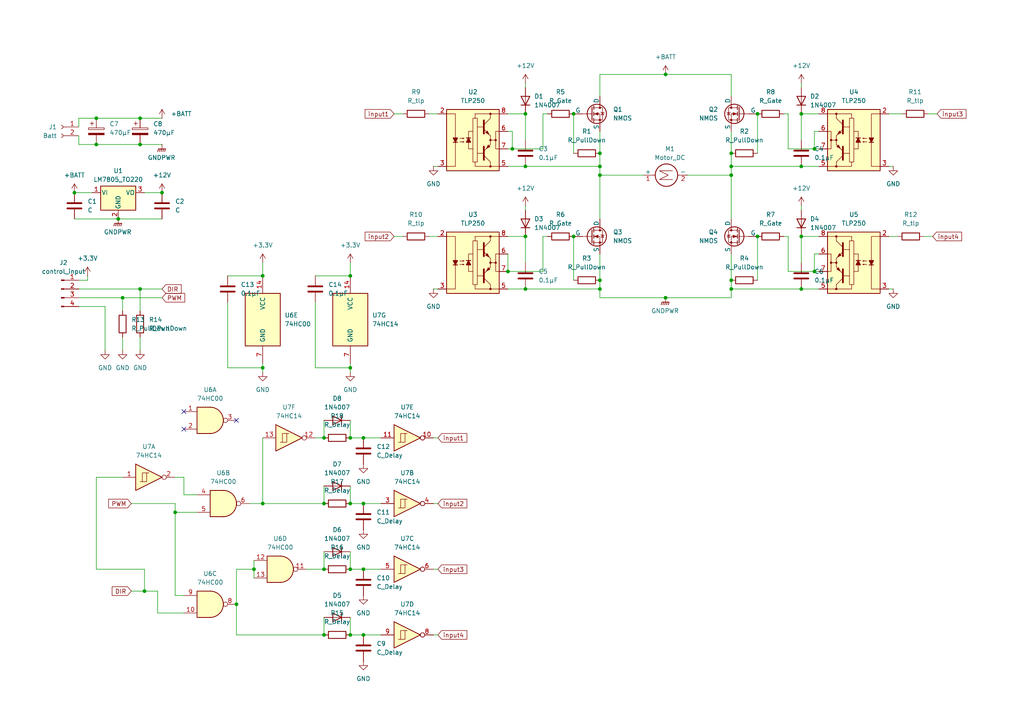
<source format=kicad_sch>
(kicad_sch (version 20250114) (generator "eeschema") (generator_version "9.0")
  (paper "A4")
  (lib_symbols
    (symbol "74xx:74HC00" (pin_names (offset 1.016))
      (property "Reference" "U" (at 0 1.27 0))
      (property "Value" "74HC00" (at 0 -1.27 0))
      (symbol "74HC00_1_1"
        (pin input line (at -7.62 2.54 0) (length 3.81) (name "~") (number "1"))
        (pin input line (at -7.62 -2.54 0) (length 3.81) (name "~") (number "2"))
        (pin output inverted (at 7.62 0 180) (length 3.81) (name "~") (number "3"))
      )
      (symbol "74HC00_1_2"
        (pin input inverted (at -7.62 2.54 0) (length 4.318) (name "~") (number "1"))
        (pin input inverted (at -7.62 -2.54 0) (length 4.318) (name "~") (number "2"))
        (pin output line (at 7.62 0 180) (length 3.81) (name "~") (number "3"))
      )
      (symbol "74HC00_2_1"
        (pin input line (at -7.62 2.54 0) (length 3.81) (name "~") (number "4"))
        (pin input line (at -7.62 -2.54 0) (length 3.81) (name "~") (number "5"))
        (pin output inverted (at 7.62 0 180) (length 3.81) (name "~") (number "6"))
      )
      (symbol "74HC00_2_2"
        (pin input inverted (at -7.62 2.54 0) (length 4.318) (name "~") (number "4"))
        (pin input inverted (at -7.62 -2.54 0) (length 4.318) (name "~") (number "5"))
        (pin output line (at 7.62 0 180) (length 3.81) (name "~") (number "6"))
      )
      (symbol "74HC00_3_1"
        (pin input line (at -7.62 2.54 0) (length 3.81) (name "~") (number "9"))
        (pin input line (at -7.62 -2.54 0) (length 3.81) (name "~") (number "10"))
        (pin output inverted (at 7.62 0 180) (length 3.81) (name "~") (number "8"))
      )
      (symbol "74HC00_3_2"
        (pin input inverted (at -7.62 2.54 0) (length 4.318) (name "~") (number "9"))
        (pin input inverted (at -7.62 -2.54 0) (length 4.318) (name "~") (number "10"))
        (pin output line (at 7.62 0 180) (length 3.81) (name "~") (number "8"))
      )
      (symbol "74HC00_4_1"
        (pin input line (at -7.62 2.54 0) (length 3.81) (name "~") (number "12"))
        (pin input line (at -7.62 -2.54 0) (length 3.81) (name "~") (number "13"))
        (pin output inverted (at 7.62 0 180) (length 3.81) (name "~") (number "11"))
      )
      (symbol "74HC00_4_2"
        (pin input inverted (at -7.62 2.54 0) (length 4.318) (name "~") (number "12"))
        (pin input inverted (at -7.62 -2.54 0) (length 4.318) (name "~") (number "13"))
        (pin output line (at 7.62 0 180) (length 3.81) (name "~") (number "11"))
      )
      (symbol "74HC00_5_0"
        (pin power_in line (at 0 12.7 270) (length 5.08) (name "VCC") (number "14"))
        (pin power_in line (at 0 -12.7 90) (length 5.08) (name "GND") (number "7"))
      )
    )
    (symbol "74xx:74HC14" (pin_names (offset 1.016))
      (property "Reference" "U" (at 0 1.27 0))
      (property "Value" "74HC14" (at 0 -1.27 0))
      (symbol "74HC14_1_0"
        (pin input line (at -7.62 0 0) (length 3.81) (name "~") (number "1"))
        (pin output inverted (at 7.62 0 180) (length 3.81) (name "~") (number "2"))
      )
      (symbol "74HC14_2_0"
        (pin input line (at -7.62 0 0) (length 3.81) (name "~") (number "3"))
        (pin output inverted (at 7.62 0 180) (length 3.81) (name "~") (number "4"))
      )
      (symbol "74HC14_3_0"
        (pin input line (at -7.62 0 0) (length 3.81) (name "~") (number "5"))
        (pin output inverted (at 7.62 0 180) (length 3.81) (name "~") (number "6"))
      )
      (symbol "74HC14_4_0"
        (pin input line (at -7.62 0 0) (length 3.81) (name "~") (number "9"))
        (pin output inverted (at 7.62 0 180) (length 3.81) (name "~") (number "8"))
      )
      (symbol "74HC14_5_0"
        (pin input line (at -7.62 0 0) (length 3.81) (name "~") (number "11"))
        (pin output inverted (at 7.62 0 180) (length 3.81) (name "~") (number "10"))
      )
      (symbol "74HC14_6_0"
        (pin input line (at -7.62 0 0) (length 3.81) (name "~") (number "13"))
        (pin output inverted (at 7.62 0 180) (length 3.81) (name "~") (number "12"))
      )
      (symbol "74HC14_7_0"
        (pin power_in line (at 0 12.7 270) (length 5.08) (name "VCC") (number "14"))
        (pin power_in line (at 0 -12.7 90) (length 5.08) (name "GND") (number "7"))
      )
    )
    (symbol "Connector:Conn_01x02_Socket" (pin_names (offset 1.016) (hide yes))
      (property "Reference" "J" (at 0 2.54 0))
      (property "Value" "Conn_01x02_Socket" (at 0 -5.08 0))
      (symbol "Conn_01x02_Socket_1_1"
        (pin passive line (at -5.08 0 0) (length 3.81) (name "Pin_1") (number "1"))
        (pin passive line (at -5.08 -2.54 0) (length 3.81) (name "Pin_2") (number "2"))
      )
    )
    (symbol "Connector:Conn_01x04_Pin" (pin_names (offset 1.016) (hide yes))
      (property "Reference" "J" (at 0 5.08 0))
      (property "Value" "Conn_01x04_Pin" (at 0 -7.62 0))
      (symbol "Conn_01x04_Pin_1_1"
        (pin passive line (at 5.08 2.54 180) (length 3.81) (name "Pin_1") (number "1"))
        (pin passive line (at 5.08 0 180) (length 3.81) (name "Pin_2") (number "2"))
        (pin passive line (at 5.08 -2.54 180) (length 3.81) (name "Pin_3") (number "3"))
        (pin passive line (at 5.08 -5.08 180) (length 3.81) (name "Pin_4") (number "4"))
      )
    )
    (symbol "Device:C" (pin_numbers (hide yes)) (pin_names (offset 0.254))
      (property "Reference" "C" (at 0.635 2.54 0))
      (property "Value" "C" (at 0.635 -2.54 0))
      (symbol "C_1_1"
        (pin passive line (at 0 3.81 270) (length 2.794) (name "~") (number "1"))
        (pin passive line (at 0 -3.81 90) (length 2.794) (name "~") (number "2"))
      )
    )
    (symbol "Device:C_Polarized" (pin_numbers (hide yes)) (pin_names (offset 0.254))
      (property "Reference" "C" (at 0.635 2.54 0))
      (property "Value" "C_Polarized" (at 0.635 -2.54 0))
      (symbol "C_Polarized_1_1"
        (pin passive line (at 0 3.81 270) (length 2.794) (name "~") (number "1"))
        (pin passive line (at 0 -3.81 90) (length 2.794) (name "~") (number "2"))
      )
    )
    (symbol "Device:R" (pin_numbers (hide yes)) (pin_names (offset 0))
      (property "Reference" "R" (at 2.032 0 90))
      (property "Value" "R" (at 0 0 90))
      (symbol "R_1_1"
        (pin passive line (at 0 3.81 270) (length 1.27) (name "~") (number "1"))
        (pin passive line (at 0 -3.81 90) (length 1.27) (name "~") (number "2"))
      )
    )
    (symbol "Diode:1N4007" (pin_numbers (hide yes)) (pin_names (hide yes))
      (property "Reference" "D" (at 0 2.54 0))
      (property "Value" "1N4007" (at 0 -2.54 0))
      (symbol "1N4007_1_1"
        (pin passive line (at -3.81 0 0) (length 2.54) (name "K") (number "1"))
        (pin passive line (at 3.81 0 180) (length 2.54) (name "A") (number "2"))
      )
    )
    (symbol "Driver_FET:TLP250" (pin_names (hide yes))
      (property "Reference" "U" (at 0 12.7 0))
      (property "Value" "TLP250" (at 0 10.16 0))
      (symbol "TLP250_1_1"
        (pin passive line (at -10.16 7.62 0) (length 2.54) (name "A") (number "2"))
        (pin passive line (at -10.16 -7.62 0) (length 2.54) (name "C") (number "3"))
        (pin no_connect line (at -7.62 2.54 0) (length 2.54) (hide yes) (name "NC") (number "1"))
        (pin no_connect line (at -7.62 -2.54 0) (length 2.54) (hide yes) (name "NC") (number "4"))
        (pin power_in line (at 10.16 7.62 180) (length 2.54) (name "VCC") (number "8"))
        (pin output line (at 10.16 2.54 180) (length 2.54) (name "VO") (number "6"))
        (pin output line (at 10.16 -2.54 180) (length 2.54) (name "VO") (number "7"))
        (pin power_in line (at 10.16 -7.62 180) (length 2.54) (name "VEE") (number "5"))
      )
    )
    (symbol "Motor:Motor_DC" (pin_names (offset 0))
      (property "Reference" "M" (at 2.54 2.54 0))
      (property "Value" "Motor_DC" (at 2.54 -5.08 0))
      (symbol "Motor_DC_1_1"
        (pin passive line (at 0 5.08 270) (length 2.54) (name "+") (number "1"))
        (pin passive line (at 0 -7.62 90) (length 2.54) (name "-") (number "2"))
      )
    )
    (symbol "Regulator_Linear:LM7805_TO220" (pin_names (offset 0.254))
      (property "Reference" "U" (at -3.81 3.175 0))
      (property "Value" "LM7805_TO220" (at 0 3.175 0))
      (symbol "LM7805_TO220_1_1"
        (pin power_in line (at -7.62 0 0) (length 2.54) (name "VI") (number "1"))
        (pin power_in line (at 0 -7.62 90) (length 2.54) (name "GND") (number "2"))
        (pin power_out line (at 7.62 0 180) (length 2.54) (name "VO") (number "3"))
      )
    )
    (symbol "Simulation_SPICE:NMOS" (pin_numbers (hide yes)) (pin_names (offset 0))
      (property "Reference" "Q" (at 5.08 1.27 0))
      (property "Value" "NMOS" (at 5.08 -1.27 0))
      (symbol "NMOS_1_1"
        (pin input line (at -5.08 0 0) (length 2.54) (name "G") (number "2"))
        (pin passive line (at 2.54 5.08 270) (length 2.54) (name "D") (number "1"))
        (pin passive line (at 2.54 -5.08 90) (length 2.54) (name "S") (number "3"))
      )
    )
    (symbol "power:+12V" (power) (pin_numbers (hide yes)) (pin_names (offset 0) (hide yes))
      (property "Value" "+12V" (at 0 3.556 0))
      (symbol "+12V_1_1"
        (pin power_in line (at 0 0 90) (length 0) (name "~") (number "1"))
      )
    )
    (symbol "power:+3.3V" (power) (pin_numbers (hide yes)) (pin_names (offset 0) (hide yes))
      (property "Value" "+3.3V" (at 0 3.556 0))
      (symbol "+3.3V_1_1"
        (pin power_in line (at 0 0 90) (length 0) (name "~") (number "1"))
      )
    )
    (symbol "power:+BATT" (power) (pin_numbers (hide yes)) (pin_names (offset 0) (hide yes))
      (property "Value" "+BATT" (at 0 3.556 0))
      (symbol "+BATT_1_1"
        (pin power_in line (at 0 0 90) (length 0) (name "~") (number "1"))
      )
    )
    (symbol "power:GND" (power) (pin_numbers (hide yes)) (pin_names (offset 0) (hide yes))
      (property "Value" "GND" (at 0 -3.81 0))
      (symbol "GND_1_1"
        (pin power_in line (at 0 0 270) (length 0) (name "~") (number "1"))
      )
    )
    (symbol "power:GNDPWR" (power) (pin_numbers (hide yes)) (pin_names (offset 0) (hide yes))
      (property "Value" "GNDPWR" (at 0 -3.302 0))
      (symbol "GNDPWR_1_1"
        (pin power_in line (at 0 0 270) (length 0) (name "~") (number "1"))
      )
    )
  )
  (junction (at 152.4 33.02))
  (junction (at 152.4 68.58))
  (junction (at 68.58 175.26))
  (junction (at 212.09 50.8))
  (junction (at 105.41 127))
  (junction (at 40.64 34.29))
  (junction (at 35.56 86.36))
  (junction (at 166.37 68.58))
  (junction (at 166.37 33.02))
  (junction (at 76.2 146.05))
  (junction (at 27.94 34.29))
  (junction (at 148.59 43.18))
  (junction (at 105.41 165.1))
  (junction (at 21.59 55.88))
  (junction (at 50.8 148.59))
  (junction (at 76.2 106.68))
  (junction (at 232.41 83.82))
  (junction (at 147.32 78.74))
  (junction (at 93.98 184.15))
  (junction (at 232.41 33.02))
  (junction (at 219.71 33.02))
  (junction (at 101.6 106.68))
  (junction (at 193.04 86.36))
  (junction (at 173.99 50.8))
  (junction (at 236.22 43.18))
  (junction (at 101.6 127))
  (junction (at 101.6 80.01))
  (junction (at 40.64 83.82))
  (junction (at 212.09 83.82))
  (junction (at 40.64 41.91))
  (junction (at 219.71 68.58))
  (junction (at 73.66 165.1))
  (junction (at 173.99 48.26))
  (junction (at 173.99 83.82))
  (junction (at 93.98 165.1))
  (junction (at 193.04 21.59))
  (junction (at 93.98 127))
  (junction (at 173.99 44.45))
  (junction (at 236.22 78.74))
  (junction (at 232.41 48.26))
  (junction (at 152.4 83.82))
  (junction (at 152.4 48.26))
  (junction (at 212.09 48.26))
  (junction (at 173.99 81.28))
  (junction (at 27.94 41.91))
  (junction (at 101.6 184.15))
  (junction (at 41.91 171.45))
  (junction (at 212.09 44.45))
  (junction (at 105.41 184.15))
  (junction (at 212.09 81.28))
  (junction (at 232.41 68.58))
  (junction (at 105.41 146.05))
  (junction (at 34.29 63.5))
  (junction (at 46.99 55.88))
  (junction (at 101.6 146.05))
  (junction (at 76.2 80.01))
  (junction (at 101.6 165.1))
  (junction (at 93.98 146.05))
  (no_connect (at 53.34 124.46))
  (no_connect (at 68.58 121.92))
  (no_connect (at 53.34 119.38))
  (wire (pts (xy 50.8 146.05) (xy 50.8 148.59)))
  (wire (pts (xy 173.99 83.82) (xy 173.99 86.36)))
  (wire (pts (xy 68.58 165.1) (xy 68.58 175.26)))
  (wire (pts (xy 232.41 76.2) (xy 232.41 68.58)))
  (wire (pts (xy 232.41 24.13) (xy 232.41 25.4)))
  (wire (pts (xy 232.41 59.69) (xy 232.41 60.96)))
  (wire (pts (xy 35.56 86.36) (xy 35.56 90.17)))
  (wire (pts (xy 66.04 87.63) (xy 66.04 106.68)))
  (wire (pts (xy 227.33 33.02) (xy 228.6 33.02)))
  (wire (pts (xy 232.41 83.82) (xy 237.49 83.82)))
  (wire (pts (xy 124.46 68.58) (xy 127 68.58)))
  (wire (pts (xy 22.86 41.91) (xy 27.94 41.91)))
  (wire (pts (xy 73.66 165.1) (xy 68.58 165.1)))
  (wire (pts (xy 148.59 38.1) (xy 148.59 43.18)))
  (wire (pts (xy 68.58 175.26) (xy 68.58 184.15)))
  (wire (pts (xy 212.09 38.1) (xy 212.09 44.45)))
  (wire (pts (xy 257.81 48.26) (xy 259.08 48.26)))
  (wire (pts (xy 269.24 33.02) (xy 271.78 33.02)))
  (wire (pts (xy 88.9 165.1) (xy 93.98 165.1)))
  (wire (pts (xy 173.99 27.94) (xy 173.99 21.59)))
  (wire (pts (xy 40.64 34.29) (xy 46.99 34.29)))
  (wire (pts (xy 212.09 50.8) (xy 212.09 63.5)))
  (wire (pts (xy 125.73 184.15) (xy 127 184.15)))
  (wire (pts (xy 21.59 63.5) (xy 34.29 63.5)))
  (wire (pts (xy 76.2 146.05) (xy 93.98 146.05)))
  (wire (pts (xy 158.75 68.58) (xy 157.48 68.58)))
  (wire (pts (xy 53.34 138.43) (xy 53.34 143.51)))
  (wire (pts (xy 228.6 78.74) (xy 236.22 78.74)))
  (wire (pts (xy 105.41 146.05) (xy 110.49 146.05)))
  (wire (pts (xy 173.99 44.45) (xy 173.99 48.26)))
  (wire (pts (xy 219.71 68.58) (xy 219.71 81.28)))
  (wire (pts (xy 101.6 106.68) (xy 101.6 105.41)))
  (wire (pts (xy 173.99 50.8) (xy 173.99 63.5)))
  (wire (pts (xy 30.48 88.9) (xy 30.48 101.6)))
  (wire (pts (xy 46.99 55.88) (xy 41.91 55.88)))
  (wire (pts (xy 93.98 121.92) (xy 93.98 127)))
  (wire (pts (xy 212.09 73.66) (xy 212.09 81.28)))
  (wire (pts (xy 199.39 50.8) (xy 212.09 50.8)))
  (wire (pts (xy 41.91 171.45) (xy 45.72 171.45)))
  (wire (pts (xy 114.3 33.02) (xy 116.84 33.02)))
  (wire (pts (xy 27.94 138.43) (xy 35.56 138.43)))
  (wire (pts (xy 157.48 68.58) (xy 157.48 78.74)))
  (wire (pts (xy 91.44 127) (xy 93.98 127)))
  (wire (pts (xy 101.6 184.15) (xy 105.41 184.15)))
  (wire (pts (xy 173.99 21.59) (xy 193.04 21.59)))
  (wire (pts (xy 40.64 41.91) (xy 46.99 41.91)))
  (wire (pts (xy 22.86 34.29) (xy 27.94 34.29)))
  (wire (pts (xy 114.3 68.58) (xy 116.84 68.58)))
  (wire (pts (xy 152.4 59.69) (xy 152.4 60.96)))
  (wire (pts (xy 101.6 107.95) (xy 101.6 106.68)))
  (wire (pts (xy 25.4 81.28) (xy 25.4 80.01)))
  (wire (pts (xy 50.8 138.43) (xy 53.34 138.43)))
  (wire (pts (xy 22.86 86.36) (xy 35.56 86.36)))
  (wire (pts (xy 53.34 143.51) (xy 57.15 143.51)))
  (wire (pts (xy 66.04 80.01) (xy 76.2 80.01)))
  (wire (pts (xy 147.32 38.1) (xy 148.59 38.1)))
  (wire (pts (xy 76.2 76.2) (xy 76.2 80.01)))
  (wire (pts (xy 105.41 184.15) (xy 110.49 184.15)))
  (wire (pts (xy 76.2 106.68) (xy 76.2 105.41)))
  (wire (pts (xy 27.94 34.29) (xy 40.64 34.29)))
  (wire (pts (xy 193.04 21.59) (xy 212.09 21.59)))
  (wire (pts (xy 236.22 43.18) (xy 237.49 43.18)))
  (wire (pts (xy 72.39 146.05) (xy 76.2 146.05)))
  (wire (pts (xy 34.29 63.5) (xy 46.99 63.5)))
  (wire (pts (xy 237.49 73.66) (xy 236.22 73.66)))
  (wire (pts (xy 27.94 165.1) (xy 41.91 165.1)))
  (wire (pts (xy 125.73 146.05) (xy 127 146.05)))
  (wire (pts (xy 228.6 43.18) (xy 236.22 43.18)))
  (wire (pts (xy 173.99 38.1) (xy 173.99 44.45)))
  (wire (pts (xy 237.49 38.1) (xy 236.22 38.1)))
  (wire (pts (xy 147.32 43.18) (xy 148.59 43.18)))
  (wire (pts (xy 152.4 83.82) (xy 173.99 83.82)))
  (wire (pts (xy 125.73 83.82) (xy 127 83.82)))
  (wire (pts (xy 68.58 184.15) (xy 93.98 184.15)))
  (wire (pts (xy 125.73 165.1) (xy 127 165.1)))
  (wire (pts (xy 227.33 68.58) (xy 228.6 68.58)))
  (wire (pts (xy 101.6 165.1) (xy 105.41 165.1)))
  (wire (pts (xy 50.8 148.59) (xy 50.8 172.72)))
  (wire (pts (xy 212.09 44.45) (xy 212.09 48.26)))
  (wire (pts (xy 125.73 48.26) (xy 127 48.26)))
  (wire (pts (xy 193.04 86.36) (xy 212.09 86.36)))
  (wire (pts (xy 212.09 21.59) (xy 212.09 27.94)))
  (wire (pts (xy 35.56 97.79) (xy 35.56 101.6)))
  (wire (pts (xy 212.09 48.26) (xy 212.09 50.8)))
  (wire (pts (xy 157.48 33.02) (xy 158.75 33.02)))
  (wire (pts (xy 147.32 48.26) (xy 152.4 48.26)))
  (wire (pts (xy 76.2 107.95) (xy 76.2 106.68)))
  (wire (pts (xy 101.6 121.92) (xy 101.6 127)))
  (wire (pts (xy 219.71 33.02) (xy 219.71 44.45)))
  (wire (pts (xy 41.91 165.1) (xy 41.91 171.45)))
  (wire (pts (xy 91.44 87.63) (xy 91.44 106.68)))
  (wire (pts (xy 212.09 83.82) (xy 212.09 86.36)))
  (wire (pts (xy 50.8 172.72) (xy 53.34 172.72)))
  (wire (pts (xy 93.98 140.97) (xy 93.98 146.05)))
  (wire (pts (xy 173.99 48.26) (xy 173.99 50.8)))
  (wire (pts (xy 93.98 160.02) (xy 93.98 165.1)))
  (wire (pts (xy 147.32 33.02) (xy 152.4 33.02)))
  (wire (pts (xy 101.6 140.97) (xy 101.6 146.05)))
  (wire (pts (xy 76.2 127) (xy 76.2 146.05)))
  (wire (pts (xy 93.98 179.07) (xy 93.98 184.15)))
  (wire (pts (xy 73.66 162.56) (xy 73.66 165.1)))
  (wire (pts (xy 157.48 43.18) (xy 157.48 33.02)))
  (wire (pts (xy 45.72 177.8) (xy 53.34 177.8)))
  (wire (pts (xy 101.6 76.2) (xy 101.6 80.01)))
  (wire (pts (xy 232.41 33.02) (xy 232.41 40.64)))
  (wire (pts (xy 105.41 127) (xy 110.49 127)))
  (wire (pts (xy 257.81 83.82) (xy 259.08 83.82)))
  (wire (pts (xy 22.86 81.28) (xy 25.4 81.28)))
  (wire (pts (xy 236.22 38.1) (xy 236.22 43.18)))
  (wire (pts (xy 27.94 138.43) (xy 27.94 165.1)))
  (wire (pts (xy 257.81 33.02) (xy 261.62 33.02)))
  (wire (pts (xy 173.99 50.8) (xy 186.69 50.8)))
  (wire (pts (xy 257.81 68.58) (xy 260.35 68.58)))
  (wire (pts (xy 232.41 68.58) (xy 237.49 68.58)))
  (wire (pts (xy 147.32 68.58) (xy 152.4 68.58)))
  (wire (pts (xy 152.4 33.02) (xy 152.4 40.64)))
  (wire (pts (xy 101.6 160.02) (xy 101.6 165.1)))
  (wire (pts (xy 236.22 73.66) (xy 236.22 78.74)))
  (wire (pts (xy 101.6 179.07) (xy 101.6 184.15)))
  (wire (pts (xy 152.4 48.26) (xy 173.99 48.26)))
  (wire (pts (xy 73.66 165.1) (xy 73.66 167.64)))
  (wire (pts (xy 22.86 83.82) (xy 40.64 83.82)))
  (wire (pts (xy 166.37 68.58) (xy 166.37 81.28)))
  (wire (pts (xy 101.6 146.05) (xy 105.41 146.05)))
  (wire (pts (xy 50.8 148.59) (xy 57.15 148.59)))
  (wire (pts (xy 101.6 127) (xy 105.41 127)))
  (wire (pts (xy 66.04 106.68) (xy 76.2 106.68)))
  (wire (pts (xy 237.49 33.02) (xy 232.41 33.02)))
  (wire (pts (xy 40.64 97.79) (xy 40.64 101.6)))
  (wire (pts (xy 105.41 165.1) (xy 110.49 165.1)))
  (wire (pts (xy 45.72 171.45) (xy 45.72 177.8)))
  (wire (pts (xy 166.37 33.02) (xy 166.37 44.45)))
  (wire (pts (xy 152.4 24.13) (xy 152.4 25.4)))
  (wire (pts (xy 157.48 78.74) (xy 147.32 78.74)))
  (wire (pts (xy 125.73 127) (xy 127 127)))
  (wire (pts (xy 124.46 33.02) (xy 127 33.02)))
  (wire (pts (xy 212.09 81.28) (xy 212.09 83.82)))
  (wire (pts (xy 27.94 41.91) (xy 40.64 41.91)))
  (wire (pts (xy 40.64 83.82) (xy 46.99 83.82)))
  (wire (pts (xy 148.59 43.18) (xy 157.48 43.18)))
  (wire (pts (xy 173.99 73.66) (xy 173.99 81.28)))
  (wire (pts (xy 267.97 68.58) (xy 270.51 68.58)))
  (wire (pts (xy 212.09 83.82) (xy 232.41 83.82)))
  (wire (pts (xy 91.44 80.01) (xy 101.6 80.01)))
  (wire (pts (xy 173.99 81.28) (xy 173.99 83.82)))
  (wire (pts (xy 236.22 78.74) (xy 237.49 78.74)))
  (wire (pts (xy 22.86 39.37) (xy 22.86 41.91)))
  (wire (pts (xy 147.32 73.66) (xy 147.32 78.74)))
  (wire (pts (xy 232.41 48.26) (xy 237.49 48.26)))
  (wire (pts (xy 173.99 86.36) (xy 193.04 86.36)))
  (wire (pts (xy 22.86 88.9) (xy 30.48 88.9)))
  (wire (pts (xy 40.64 83.82) (xy 40.64 90.17)))
  (wire (pts (xy 152.4 68.58) (xy 152.4 76.2)))
  (wire (pts (xy 147.32 83.82) (xy 152.4 83.82)))
  (wire (pts (xy 228.6 68.58) (xy 228.6 78.74)))
  (wire (pts (xy 228.6 33.02) (xy 228.6 43.18)))
  (wire (pts (xy 212.09 48.26) (xy 232.41 48.26)))
  (wire (pts (xy 21.59 55.88) (xy 26.67 55.88)))
  (wire (pts (xy 91.44 106.68) (xy 101.6 106.68)))
  (wire (pts (xy 38.1 146.05) (xy 50.8 146.05)))
  (wire (pts (xy 35.56 86.36) (xy 46.99 86.36)))
  (wire (pts (xy 38.1 171.45) (xy 41.91 171.45)))
  (wire (pts (xy 22.86 36.83) (xy 22.86 34.29)))
  (global_label "PWM" (shape input) (at 46.99 86.36 0) (property "Intersheetrefs" "${INTERSHEET_REFS}" (effects (hide yes))))
  (global_label "input3" (shape input) (at 271.78 33.02 0) (property "Intersheetrefs" "${INTERSHEET_REFS}" (effects (hide yes))))
  (global_label "input2" (shape input) (at 114.3 68.58 180) (property "Intersheetrefs" "${INTERSHEET_REFS}" (effects (hide yes))))
  (global_label "DIR" (shape input) (at 38.1 171.45 180) (property "Intersheetrefs" "${INTERSHEET_REFS}" (effects (hide yes))))
  (global_label "input1" (shape input) (at 127 127 0) (property "Intersheetrefs" "${INTERSHEET_REFS}" (effects (hide yes))))
  (global_label "PWM" (shape input) (at 38.1 146.05 180) (property "Intersheetrefs" "${INTERSHEET_REFS}" (effects (hide yes))))
  (global_label "input1" (shape input) (at 114.3 33.02 180) (property "Intersheetrefs" "${INTERSHEET_REFS}" (effects (hide yes))))
  (global_label "input4" (shape input) (at 270.51 68.58 0) (property "Intersheetrefs" "${INTERSHEET_REFS}" (effects (hide yes))))
  (global_label "input4" (shape input) (at 127 184.15 0) (property "Intersheetrefs" "${INTERSHEET_REFS}" (effects (hide yes))))
  (global_label "input2" (shape input) (at 127 146.05 0) (property "Intersheetrefs" "${INTERSHEET_REFS}" (effects (hide yes))))
  (global_label "DIR" (shape input) (at 46.99 83.82 0) (property "Intersheetrefs" "${INTERSHEET_REFS}" (effects (hide yes))))
  (global_label "input3" (shape input) (at 127 165.1 0) (property "Intersheetrefs" "${INTERSHEET_REFS}" (effects (hide yes))))
  (symbol (lib_id "Device:R") (at 223.52 33.02 270) (unit 1)
    (property "Reference" "R8" (at 223.52 26.67 90))
    (property "Value" "R_Gate" (at 223.52 29.21 90))
    (property "Footprint" "Resistor_THT:R_Axial_DIN0207_L6.3mm_D2.5mm_P10.16mm_Horizontal" (effects (hide yes)))
    (property "Description" "Resistor" (effects (hide yes)))
  )
  (symbol (lib_id "power:+12V") (at 152.4 59.69 0) (unit 1)
    (property "Reference" "#PWR010" (effects (hide yes)))
    (property "Value" "+12V" (at 152.4 54.61 0))
    (property "Description" "Power symbol creates a global label with name \"+12V\"" (effects (hide yes)))
  )
  (symbol (lib_id "power:+3.3V") (at 25.4 80.01 0) (unit 1)
    (property "Reference" "#PWR023" (effects (hide yes)))
    (property "Value" "+3.3V" (at 25.4 74.93 0))
    (property "Description" "Power symbol creates a global label with name \"+3.3V\"" (effects (hide yes)))
  )
  (symbol (lib_id "Device:R") (at 40.64 93.98 180) (unit 1)
    (property "Reference" "R14" (at 43.18 92.7099 0) (effects (justify right)))
    (property "Value" "R_PullDown" (at 43.18 95.2499 0) (effects (justify right)))
    (property "Footprint" "Resistor_THT:R_Axial_DIN0207_L6.3mm_D2.5mm_P10.16mm_Horizontal" (effects (hide yes)))
    (property "Description" "Resistor" (effects (hide yes)))
  )
  (symbol (lib_id "Device:C") (at 232.41 44.45 0) (unit 1)
    (property "Reference" "C4" (at 236.22 43.1799 0) (effects (justify left)))
    (property "Value" "0.1μF" (at 236.22 45.7199 0) (effects (justify left)))
    (property "Footprint" "Capacitor_THT:C_Disc_D3.0mm_W1.6mm_P2.50mm" (effects (hide yes)))
    (property "Description" "Unpolarized capacitor" (effects (hide yes)))
  )
  (symbol (lib_id "power:+3.3V") (at 76.2 76.2 0) (unit 1)
    (property "Reference" "#PWR026" (effects (hide yes)))
    (property "Value" "+3.3V" (at 76.2 71.12 0))
    (property "Description" "Power symbol creates a global label with name \"+3.3V\"" (effects (hide yes)))
  )
  (symbol (lib_id "74xx:74HC14") (at 43.18 138.43 0) (unit 1)
    (property "Reference" "U7" (at 43.18 129.54 0))
    (property "Value" "74HC14" (at 43.18 132.08 0))
    (property "Footprint" "Package_DIP:DIP-14_W7.62mm" (effects (hide yes)))
    (property "Datasheet" "http://www.ti.com/lit/gpn/sn74HC14" (effects (hide yes)))
    (property "Description" "Hex inverter schmitt trigger" (effects (hide yes)))
  )
  (symbol (lib_id "Device:C") (at 91.44 83.82 0) (unit 1)
    (property "Reference" "C14" (at 95.25 82.5499 0) (effects (justify left)))
    (property "Value" "0.1μF" (at 95.25 85.0899 0) (effects (justify left)))
    (property "Footprint" "Capacitor_THT:C_Disc_D3.0mm_W1.6mm_P2.50mm" (effects (hide yes)))
    (property "Description" "Unpolarized capacitor" (effects (hide yes)))
  )
  (symbol (lib_id "Device:C") (at 105.41 187.96 0) (unit 1)
    (property "Reference" "C9" (at 109.22 186.6899 0) (effects (justify left)))
    (property "Value" "C_Delay" (at 109.22 189.2299 0) (effects (justify left)))
    (property "Footprint" "Capacitor_THT:C_Disc_D3.0mm_W1.6mm_P2.50mm" (effects (hide yes)))
    (property "Description" "Unpolarized capacitor" (effects (hide yes)))
  )
  (symbol (lib_id "Diode:1N4007") (at 152.4 29.21 90) (unit 1)
    (property "Reference" "D1" (at 154.94 27.9399 90) (effects (justify right)))
    (property "Value" "1N4007" (at 154.94 30.4799 90) (effects (justify right)))
    (property "Footprint" "Diode_THT:D_DO-41_SOD81_P10.16mm_Horizontal" (effects (hide yes)))
    (property "Datasheet" "http://www.vishay.com/docs/88503/1n4001.pdf" (effects (hide yes)))
    (property "Description" "1000V 1A General Purpose Rectifier Diode, DO-41" (effects (hide yes)))
    (property "Sim.Device" "D" (effects (hide yes)))
    (property "Sim.Pins" "1=K 2=A" (effects (hide yes)))
  )
  (symbol (lib_id "Device:C") (at 66.04 83.82 0) (unit 1)
    (property "Reference" "C13" (at 69.85 82.5499 0) (effects (justify left)))
    (property "Value" "0.1μF" (at 69.85 85.0899 0) (effects (justify left)))
    (property "Footprint" "Capacitor_THT:C_Disc_D3.0mm_W1.6mm_P2.50mm" (effects (hide yes)))
    (property "Description" "Unpolarized capacitor" (effects (hide yes)))
  )
  (symbol (lib_id "Device:C") (at 152.4 44.45 0) (unit 1)
    (property "Reference" "C3" (at 156.21 43.1799 0) (effects (justify left)))
    (property "Value" "0.1μF" (at 156.21 45.7199 0) (effects (justify left)))
    (property "Footprint" "Capacitor_THT:C_Disc_D3.0mm_W1.6mm_P2.50mm" (effects (hide yes)))
    (property "Description" "Unpolarized capacitor" (effects (hide yes)))
  )
  (symbol (lib_id "power:GND") (at 105.41 153.67 0) (unit 1)
    (property "Reference" "#PWR021" (effects (hide yes)))
    (property "Value" "GND" (at 105.41 158.75 0))
    (property "Description" "Power symbol creates a global label with name \"GND\" , ground" (effects (hide yes)))
  )
  (symbol (lib_id "Simulation_SPICE:NMOS") (at 171.45 33.02 0) (unit 1)
    (property "Reference" "Q1" (at 177.8 31.7499 0) (effects (justify left)))
    (property "Value" "NMOS" (at 177.8 34.2899 0) (effects (justify left)))
    (property "Footprint" "Package_TO_SOT_THT:TO-220-3_Horizontal_TabUp" (effects (hide yes)))
    (property "Datasheet" "https://ngspice.sourceforge.io/docs/ngspice-html-manual/manual.xhtml#cha_MOSFETs" (effects (hide yes)))
    (property "Description" "N-MOSFET transistor, drain/source/gate" (effects (hide yes)))
    (property "Sim.Device" "NMOS" (effects (hide yes)))
    (property "Sim.Type" "VDMOS" (effects (hide yes)))
    (property "Sim.Pins" "1=D 2=G 3=S" (effects (hide yes)))
  )
  (symbol (lib_id "power:GND") (at 125.73 48.26 0) (unit 1)
    (property "Reference" "#PWR06" (effects (hide yes)))
    (property "Value" "GND" (at 125.73 53.34 0))
    (property "Description" "Power symbol creates a global label with name \"GND\" , ground" (effects (hide yes)))
  )
  (symbol (lib_id "Device:C") (at 46.99 59.69 0) (unit 1)
    (property "Reference" "C2" (at 50.8 58.4199 0) (effects (justify left)))
    (property "Value" "C" (at 50.8 60.9599 0) (effects (justify left)))
    (property "Footprint" "Capacitor_THT:C_Disc_D3.0mm_W1.6mm_P2.50mm" (effects (hide yes)))
    (property "Description" "Unpolarized capacitor" (effects (hide yes)))
  )
  (symbol (lib_id "Diode:1N4007") (at 152.4 64.77 90) (unit 1)
    (property "Reference" "D3" (at 154.94 63.4999 90) (effects (justify right)))
    (property "Value" "1N4007" (at 154.94 66.0399 90) (effects (justify right)))
    (property "Footprint" "Diode_THT:D_DO-41_SOD81_P10.16mm_Horizontal" (effects (hide yes)))
    (property "Datasheet" "http://www.vishay.com/docs/88503/1n4001.pdf" (effects (hide yes)))
    (property "Description" "1000V 1A General Purpose Rectifier Diode, DO-41" (effects (hide yes)))
    (property "Sim.Device" "D" (effects (hide yes)))
    (property "Sim.Pins" "1=K 2=A" (effects (hide yes)))
  )
  (symbol (lib_id "74xx:74HC14") (at 83.82 127 0) (unit 6)
    (property "Reference" "U7" (at 83.82 118.11 0))
    (property "Value" "74HC14" (at 83.82 120.65 0))
    (property "Footprint" "Package_DIP:DIP-14_W7.62mm" (effects (hide yes)))
    (property "Datasheet" "http://www.ti.com/lit/gpn/sn74HC14" (effects (hide yes)))
    (property "Description" "Hex inverter schmitt trigger" (effects (hide yes)))
  )
  (symbol (lib_id "Device:R") (at 35.56 93.98 180) (unit 1)
    (property "Reference" "R13" (at 38.1 92.7099 0) (effects (justify right)))
    (property "Value" "R_PullDown" (at 38.1 95.2499 0) (effects (justify right)))
    (property "Footprint" "Resistor_THT:R_Axial_DIN0207_L6.3mm_D2.5mm_P10.16mm_Horizontal" (effects (hide yes)))
    (property "Description" "Resistor" (effects (hide yes)))
  )
  (symbol (lib_id "74xx:74HC14") (at 118.11 165.1 0) (unit 3)
    (property "Reference" "U7" (at 118.11 156.21 0))
    (property "Value" "74HC14" (at 118.11 158.75 0))
    (property "Footprint" "Package_DIP:DIP-14_W7.62mm" (effects (hide yes)))
    (property "Datasheet" "http://www.ti.com/lit/gpn/sn74HC14" (effects (hide yes)))
    (property "Description" "Hex inverter schmitt trigger" (effects (hide yes)))
  )
  (symbol (lib_id "Device:R") (at 215.9 44.45 270) (unit 1)
    (property "Reference" "R2" (at 215.9 38.1 90))
    (property "Value" "R_PullDown" (at 215.9 40.64 90))
    (property "Footprint" "Resistor_THT:R_Axial_DIN0207_L6.3mm_D2.5mm_P10.16mm_Horizontal" (effects (hide yes)))
    (property "Description" "Resistor" (effects (hide yes)))
  )
  (symbol (lib_id "power:GND") (at 105.41 191.77 0) (unit 1)
    (property "Reference" "#PWR019" (effects (hide yes)))
    (property "Value" "GND" (at 105.41 196.85 0))
    (property "Description" "Power symbol creates a global label with name \"GND\" , ground" (effects (hide yes)))
  )
  (symbol (lib_id "Diode:1N4007") (at 97.79 160.02 180) (unit 1)
    (property "Reference" "D6" (at 97.79 153.67 0))
    (property "Value" "1N4007" (at 97.79 156.21 0))
    (property "Footprint" "Diode_THT:D_DO-41_SOD81_P10.16mm_Horizontal" (effects (hide yes)))
    (property "Datasheet" "http://www.vishay.com/docs/88503/1n4001.pdf" (effects (hide yes)))
    (property "Description" "1000V 1A General Purpose Rectifier Diode, DO-41" (effects (hide yes)))
    (property "Sim.Device" "D" (effects (hide yes)))
    (property "Sim.Pins" "1=K 2=A" (effects (hide yes)))
  )
  (symbol (lib_id "power:+12V") (at 232.41 59.69 0) (unit 1)
    (property "Reference" "#PWR011" (effects (hide yes)))
    (property "Value" "+12V" (at 232.41 54.61 0))
    (property "Description" "Power symbol creates a global label with name \"+12V\"" (effects (hide yes)))
  )
  (symbol (lib_id "Diode:1N4007") (at 97.79 121.92 180) (unit 1)
    (property "Reference" "D8" (at 97.79 115.57 0))
    (property "Value" "1N4007" (at 97.79 118.11 0))
    (property "Footprint" "Diode_THT:D_DO-41_SOD81_P10.16mm_Horizontal" (effects (hide yes)))
    (property "Datasheet" "http://www.vishay.com/docs/88503/1n4001.pdf" (effects (hide yes)))
    (property "Description" "1000V 1A General Purpose Rectifier Diode, DO-41" (effects (hide yes)))
    (property "Sim.Device" "D" (effects (hide yes)))
    (property "Sim.Pins" "1=K 2=A" (effects (hide yes)))
  )
  (symbol (lib_id "power:GNDPWR") (at 193.04 86.36 0) (unit 1)
    (property "Reference" "#PWR03" (effects (hide yes)))
    (property "Value" "GNDPWR" (at 192.913 90.17 0))
    (property "Description" "Power symbol creates a global label with name \"GNDPWR\" , global ground" (effects (hide yes)))
  )
  (symbol (lib_id "power:+BATT") (at 193.04 21.59 0) (unit 1)
    (property "Reference" "#PWR07" (effects (hide yes)))
    (property "Value" "+BATT" (at 193.04 16.51 0))
    (property "Description" "Power symbol creates a global label with name \"+BATT\"" (effects (hide yes)))
  )
  (symbol (lib_id "power:GND") (at 35.56 101.6 0) (unit 1)
    (property "Reference" "#PWR017" (effects (hide yes)))
    (property "Value" "GND" (at 35.56 106.68 0))
    (property "Description" "Power symbol creates a global label with name \"GND\" , ground" (effects (hide yes)))
  )
  (symbol (lib_id "Device:C") (at 105.41 168.91 0) (unit 1)
    (property "Reference" "C10" (at 109.22 167.6399 0) (effects (justify left)))
    (property "Value" "C_Delay" (at 109.22 170.1799 0) (effects (justify left)))
    (property "Footprint" "Capacitor_THT:C_Disc_D3.0mm_W1.6mm_P2.50mm" (effects (hide yes)))
    (property "Description" "Unpolarized capacitor" (effects (hide yes)))
  )
  (symbol (lib_id "74xx:74HC14") (at 118.11 184.15 0) (unit 4)
    (property "Reference" "U7" (at 118.11 175.26 0))
    (property "Value" "74HC14" (at 118.11 177.8 0))
    (property "Footprint" "Package_DIP:DIP-14_W7.62mm" (effects (hide yes)))
    (property "Datasheet" "http://www.ti.com/lit/gpn/sn74HC14" (effects (hide yes)))
    (property "Description" "Hex inverter schmitt trigger" (effects (hide yes)))
  )
  (symbol (lib_id "74xx:74HC00") (at 64.77 146.05 0) (unit 2)
    (property "Reference" "U6" (at 64.7617 137.16 0))
    (property "Value" "74HC00" (at 64.7617 139.7 0))
    (property "Footprint" "Package_DIP:DIP-14_W7.62mm" (effects (hide yes)))
    (property "Datasheet" "http://www.ti.com/lit/gpn/sn74hc00" (effects (hide yes)))
    (property "Description" "quad 2-input NAND gate" (effects (hide yes)))
  )
  (symbol (lib_id "Driver_FET:TLP250") (at 247.65 40.64 0) (mirror y) (unit 1)
    (property "Reference" "U4" (at 247.65 26.67 0))
    (property "Value" "TLP250" (at 247.65 29.21 0))
    (property "Footprint" "Package_DIP:DIP-8_W7.62mm" (effects (hide yes)))
    (property "Datasheet" "http://toshiba.semicon-storage.com/info/docget.jsp?did=16821&prodName=TLP250" (effects (hide yes)))
    (property "Description" "Gate Drive Optocoupler, Output Current 1.5/1.5A, DIP-8" (effects (hide yes)))
  )
  (symbol (lib_id "Device:R") (at 162.56 33.02 270) (unit 1)
    (property "Reference" "R5" (at 162.56 26.67 90))
    (property "Value" "R_Gate" (at 162.56 29.21 90))
    (property "Footprint" "Resistor_THT:R_Axial_DIN0207_L6.3mm_D2.5mm_P10.16mm_Horizontal" (effects (hide yes)))
    (property "Description" "Resistor" (effects (hide yes)))
  )
  (symbol (lib_id "Diode:1N4007") (at 232.41 29.21 90) (unit 1)
    (property "Reference" "D2" (at 234.95 27.9399 90) (effects (justify right)))
    (property "Value" "1N4007" (at 234.95 30.4799 90) (effects (justify right)))
    (property "Footprint" "Diode_THT:D_DO-41_SOD81_P10.16mm_Horizontal" (effects (hide yes)))
    (property "Datasheet" "http://www.vishay.com/docs/88503/1n4001.pdf" (effects (hide yes)))
    (property "Description" "1000V 1A General Purpose Rectifier Diode, DO-41" (effects (hide yes)))
    (property "Sim.Device" "D" (effects (hide yes)))
    (property "Sim.Pins" "1=K 2=A" (effects (hide yes)))
  )
  (symbol (lib_id "power:GND") (at 125.73 83.82 0) (unit 1)
    (property "Reference" "#PWR013" (effects (hide yes)))
    (property "Value" "GND" (at 125.73 88.9 0))
    (property "Description" "Power symbol creates a global label with name \"GND\" , ground" (effects (hide yes)))
  )
  (symbol (lib_id "Device:R") (at 120.65 68.58 270) (unit 1)
    (property "Reference" "R10" (at 120.65 62.23 90))
    (property "Value" "R_tlp" (at 120.65 64.77 90))
    (property "Footprint" "Resistor_THT:R_Axial_DIN0207_L6.3mm_D2.5mm_P10.16mm_Horizontal" (effects (hide yes)))
    (property "Description" "Resistor" (effects (hide yes)))
  )
  (symbol (lib_id "Device:R") (at 215.9 81.28 270) (unit 1)
    (property "Reference" "R4" (at 215.9 74.93 90))
    (property "Value" "R_PullDown" (at 215.9 77.47 90))
    (property "Footprint" "Resistor_THT:R_Axial_DIN0207_L6.3mm_D2.5mm_P10.16mm_Horizontal" (effects (hide yes)))
    (property "Description" "Resistor" (effects (hide yes)))
  )
  (symbol (lib_id "Simulation_SPICE:NMOS") (at 214.63 33.02 0) (mirror y) (unit 1)
    (property "Reference" "Q2" (at 208.28 31.7499 0) (effects (justify left)))
    (property "Value" "NMOS" (at 208.28 34.2899 0) (effects (justify left)))
    (property "Footprint" "Package_TO_SOT_THT:TO-220-3_Horizontal_TabUp" (effects (hide yes)))
    (property "Datasheet" "https://ngspice.sourceforge.io/docs/ngspice-html-manual/manual.xhtml#cha_MOSFETs" (effects (hide yes)))
    (property "Description" "N-MOSFET transistor, drain/source/gate" (effects (hide yes)))
    (property "Sim.Device" "NMOS" (effects (hide yes)))
    (property "Sim.Type" "VDMOS" (effects (hide yes)))
    (property "Sim.Pins" "1=D 2=G 3=S" (effects (hide yes)))
  )
  (symbol (lib_id "Device:C") (at 152.4 80.01 0) (unit 1)
    (property "Reference" "C5" (at 156.21 78.7399 0) (effects (justify left)))
    (property "Value" "0.1μF" (at 156.21 81.2799 0) (effects (justify left)))
    (property "Footprint" "Capacitor_THT:C_Disc_D3.0mm_W1.6mm_P2.50mm" (effects (hide yes)))
    (property "Description" "Unpolarized capacitor" (effects (hide yes)))
  )
  (symbol (lib_id "power:+12V") (at 152.4 24.13 0) (unit 1)
    (property "Reference" "#PWR08" (effects (hide yes)))
    (property "Value" "+12V" (at 152.4 19.05 0))
    (property "Description" "Power symbol creates a global label with name \"+12V\"" (effects (hide yes)))
  )
  (symbol (lib_id "74xx:74HC14") (at 118.11 127 0) (unit 5)
    (property "Reference" "U7" (at 118.11 118.11 0))
    (property "Value" "74HC14" (at 118.11 120.65 0))
    (property "Footprint" "Package_DIP:DIP-14_W7.62mm" (effects (hide yes)))
    (property "Datasheet" "http://www.ti.com/lit/gpn/sn74HC14" (effects (hide yes)))
    (property "Description" "Hex inverter schmitt trigger" (effects (hide yes)))
  )
  (symbol (lib_id "power:+12V") (at 46.99 55.88 0) (unit 1)
    (property "Reference" "#PWR05" (effects (hide yes)))
    (property "Value" "+12V" (at 46.99 50.8 0))
    (property "Description" "Power symbol creates a global label with name \"+12V\"" (effects (hide yes)))
  )
  (symbol (lib_id "74xx:74HC00") (at 76.2 92.71 0) (unit 5)
    (property "Reference" "U6" (at 82.55 91.4399 0) (effects (justify left)))
    (property "Value" "74HC00" (at 82.55 93.9799 0) (effects (justify left)))
    (property "Footprint" "Package_DIP:DIP-14_W7.62mm" (effects (hide yes)))
    (property "Datasheet" "http://www.ti.com/lit/gpn/sn74hc00" (effects (hide yes)))
    (property "Description" "quad 2-input NAND gate" (effects (hide yes)))
  )
  (symbol (lib_id "Driver_FET:TLP250") (at 137.16 40.64 0) (unit 1)
    (property "Reference" "U2" (at 137.16 26.67 0))
    (property "Value" "TLP250" (at 137.16 29.21 0))
    (property "Footprint" "Package_DIP:DIP-8_W7.62mm" (effects (hide yes)))
    (property "Datasheet" "http://toshiba.semicon-storage.com/info/docget.jsp?did=16821&prodName=TLP250" (effects (hide yes)))
    (property "Description" "Gate Drive Optocoupler, Output Current 1.5/1.5A, DIP-8" (effects (hide yes)))
  )
  (symbol (lib_id "Device:R") (at 223.52 68.58 270) (unit 1)
    (property "Reference" "R7" (at 223.52 62.23 90))
    (property "Value" "R_Gate" (at 223.52 64.77 90))
    (property "Footprint" "Resistor_THT:R_Axial_DIN0207_L6.3mm_D2.5mm_P10.16mm_Horizontal" (effects (hide yes)))
    (property "Description" "Resistor" (effects (hide yes)))
  )
  (symbol (lib_id "Device:C_Polarized") (at 40.64 38.1 0) (unit 1)
    (property "Reference" "C8" (at 44.45 35.9409 0) (effects (justify left)))
    (property "Value" "470μF" (at 44.45 38.4809 0) (effects (justify left)))
    (property "Footprint" "Capacitor_THT:CP_Radial_D5.0mm_P2.00mm" (effects (hide yes)))
    (property "Description" "Polarized capacitor" (effects (hide yes)))
  )
  (symbol (lib_id "power:GND") (at 105.41 172.72 0) (unit 1)
    (property "Reference" "#PWR020" (effects (hide yes)))
    (property "Value" "GND" (at 105.41 177.8 0))
    (property "Description" "Power symbol creates a global label with name \"GND\" , ground" (effects (hide yes)))
  )
  (symbol (lib_id "Simulation_SPICE:NMOS") (at 171.45 68.58 0) (unit 1)
    (property "Reference" "Q3" (at 177.8 67.3099 0) (effects (justify left)))
    (property "Value" "NMOS" (at 177.8 69.8499 0) (effects (justify left)))
    (property "Footprint" "Package_TO_SOT_THT:TO-220-3_Horizontal_TabUp" (effects (hide yes)))
    (property "Datasheet" "https://ngspice.sourceforge.io/docs/ngspice-html-manual/manual.xhtml#cha_MOSFETs" (effects (hide yes)))
    (property "Description" "N-MOSFET transistor, drain/source/gate" (effects (hide yes)))
    (property "Sim.Device" "NMOS" (effects (hide yes)))
    (property "Sim.Type" "VDMOS" (effects (hide yes)))
    (property "Sim.Pins" "1=D 2=G 3=S" (effects (hide yes)))
  )
  (symbol (lib_id "Driver_FET:TLP250") (at 137.16 76.2 0) (unit 1)
    (property "Reference" "U3" (at 137.16 62.23 0))
    (property "Value" "TLP250" (at 137.16 64.77 0))
    (property "Footprint" "Package_DIP:DIP-8_W7.62mm" (effects (hide yes)))
    (property "Datasheet" "http://toshiba.semicon-storage.com/info/docget.jsp?did=16821&prodName=TLP250" (effects (hide yes)))
    (property "Description" "Gate Drive Optocoupler, Output Current 1.5/1.5A, DIP-8" (effects (hide yes)))
  )
  (symbol (lib_id "Motor:Motor_DC") (at 191.77 50.8 90) (unit 1)
    (property "Reference" "M1" (at 194.31 43.18 90))
    (property "Value" "Motor_DC" (at 194.31 45.72 90))
    (property "Footprint" "Connector_AMASS:AMASS_XT30PW-F_1x02_P2.50mm_Horizontal" (effects (hide yes)))
    (property "Description" "DC Motor" (effects (hide yes)))
  )
  (symbol (lib_id "power:GND") (at 105.41 134.62 0) (unit 1)
    (property "Reference" "#PWR022" (effects (hide yes)))
    (property "Value" "GND" (at 105.41 139.7 0))
    (property "Description" "Power symbol creates a global label with name \"GND\" , ground" (effects (hide yes)))
  )
  (symbol (lib_id "power:+12V") (at 232.41 24.13 0) (unit 1)
    (property "Reference" "#PWR09" (effects (hide yes)))
    (property "Value" "+12V" (at 232.41 19.05 0))
    (property "Description" "Power symbol creates a global label with name \"+12V\"" (effects (hide yes)))
  )
  (symbol (lib_id "Device:R") (at 97.79 184.15 270) (unit 1)
    (property "Reference" "R15" (at 97.79 177.8 90))
    (property "Value" "R_Delay" (at 97.79 180.34 90))
    (property "Footprint" "Resistor_THT:R_Axial_DIN0207_L6.3mm_D2.5mm_P10.16mm_Horizontal" (effects (hide yes)))
    (property "Description" "Resistor" (effects (hide yes)))
  )
  (symbol (lib_id "Device:C_Polarized") (at 27.94 38.1 0) (unit 1)
    (property "Reference" "C7" (at 31.75 35.9409 0) (effects (justify left)))
    (property "Value" "470μF" (at 31.75 38.4809 0) (effects (justify left)))
    (property "Footprint" "Capacitor_THT:CP_Radial_D5.0mm_P2.00mm" (effects (hide yes)))
    (property "Description" "Polarized capacitor" (effects (hide yes)))
  )
  (symbol (lib_id "Driver_FET:TLP250") (at 247.65 76.2 0) (mirror y) (unit 1)
    (property "Reference" "U5" (at 247.65 62.23 0))
    (property "Value" "TLP250" (at 247.65 64.77 0))
    (property "Footprint" "Package_DIP:DIP-8_W7.62mm" (effects (hide yes)))
    (property "Datasheet" "http://toshiba.semicon-storage.com/info/docget.jsp?did=16821&prodName=TLP250" (effects (hide yes)))
    (property "Description" "Gate Drive Optocoupler, Output Current 1.5/1.5A, DIP-8" (effects (hide yes)))
  )
  (symbol (lib_id "Device:R") (at 162.56 68.58 270) (unit 1)
    (property "Reference" "R6" (at 162.56 62.23 90))
    (property "Value" "R_Gate" (at 162.56 64.77 90))
    (property "Footprint" "Resistor_THT:R_Axial_DIN0207_L6.3mm_D2.5mm_P10.16mm_Horizontal" (effects (hide yes)))
    (property "Description" "Resistor" (effects (hide yes)))
  )
  (symbol (lib_id "power:GND") (at 259.08 83.82 0) (unit 1)
    (property "Reference" "#PWR014" (effects (hide yes)))
    (property "Value" "GND" (at 259.08 88.9 0))
    (property "Description" "Power symbol creates a global label with name \"GND\" , ground" (effects (hide yes)))
  )
  (symbol (lib_id "Diode:1N4007") (at 232.41 64.77 90) (unit 1)
    (property "Reference" "D4" (at 234.95 63.4999 90) (effects (justify right)))
    (property "Value" "1N4007" (at 234.95 66.0399 90) (effects (justify right)))
    (property "Footprint" "Diode_THT:D_DO-41_SOD81_P10.16mm_Horizontal" (effects (hide yes)))
    (property "Datasheet" "http://www.vishay.com/docs/88503/1n4001.pdf" (effects (hide yes)))
    (property "Description" "1000V 1A General Purpose Rectifier Diode, DO-41" (effects (hide yes)))
    (property "Sim.Device" "D" (effects (hide yes)))
    (property "Sim.Pins" "1=K 2=A" (effects (hide yes)))
  )
  (symbol (lib_id "Device:R") (at 264.16 68.58 270) (unit 1)
    (property "Reference" "R12" (at 264.16 62.23 90))
    (property "Value" "R_tlp" (at 264.16 64.77 90))
    (property "Footprint" "Resistor_THT:R_Axial_DIN0207_L6.3mm_D2.5mm_P10.16mm_Horizontal" (effects (hide yes)))
    (property "Description" "Resistor" (effects (hide yes)))
  )
  (symbol (lib_id "Device:C") (at 105.41 149.86 0) (unit 1)
    (property "Reference" "C11" (at 109.22 148.5899 0) (effects (justify left)))
    (property "Value" "C_Delay" (at 109.22 151.1299 0) (effects (justify left)))
    (property "Footprint" "Capacitor_THT:C_Disc_D3.0mm_W1.6mm_P2.50mm" (effects (hide yes)))
    (property "Description" "Unpolarized capacitor" (effects (hide yes)))
  )
  (symbol (lib_id "power:GND") (at 259.08 48.26 0) (unit 1)
    (property "Reference" "#PWR015" (effects (hide yes)))
    (property "Value" "GND" (at 259.08 53.34 0))
    (property "Description" "Power symbol creates a global label with name \"GND\" , ground" (effects (hide yes)))
  )
  (symbol (lib_id "Device:C") (at 105.41 130.81 0) (unit 1)
    (property "Reference" "C12" (at 109.22 129.5399 0) (effects (justify left)))
    (property "Value" "C_Delay" (at 109.22 132.0799 0) (effects (justify left)))
    (property "Footprint" "Capacitor_THT:C_Disc_D3.0mm_W1.6mm_P2.50mm" (effects (hide yes)))
    (property "Description" "Unpolarized capacitor" (effects (hide yes)))
  )
  (symbol (lib_id "Connector:Conn_01x02_Socket") (at 17.78 36.83 0) (mirror y) (unit 1)
    (property "Reference" "J1" (at 16.51 36.8299 0) (effects (justify left)))
    (property "Value" "Batt" (at 16.51 39.3699 0) (effects (justify left)))
    (property "Footprint" "Connector_AMASS:AMASS_XT30PW-M_1x02_P2.50mm_Horizontal" (effects (hide yes)))
    (property "Description" "Generic connector, single row, 01x02, script generated" (effects (hide yes)))
  )
  (symbol (lib_id "Regulator_Linear:LM7805_TO220") (at 34.29 55.88 0) (unit 1)
    (property "Reference" "U1" (at 34.29 49.53 0))
    (property "Value" "LM7805_TO220" (at 34.29 52.07 0))
    (property "Footprint" "Package_TO_SOT_SMD:TO-252-2" (effects (hide yes)))
    (property "Datasheet" "https://www.onsemi.cn/PowerSolutions/document/MC7800-D.PDF" (effects (hide yes)))
    (property "Description" "Positive 1A 35V Linear Regulator, Fixed Output 5V, TO-220" (effects (hide yes)))
  )
  (symbol (lib_id "power:GND") (at 30.48 101.6 0) (unit 1)
    (property "Reference" "#PWR016" (effects (hide yes)))
    (property "Value" "GND" (at 30.48 106.68 0))
    (property "Description" "Power symbol creates a global label with name \"GND\" , ground" (effects (hide yes)))
  )
  (symbol (lib_id "Diode:1N4007") (at 97.79 140.97 180) (unit 1)
    (property "Reference" "D7" (at 97.79 134.62 0))
    (property "Value" "1N4007" (at 97.79 137.16 0))
    (property "Footprint" "Diode_THT:D_DO-41_SOD81_P10.16mm_Horizontal" (effects (hide yes)))
    (property "Datasheet" "http://www.vishay.com/docs/88503/1n4001.pdf" (effects (hide yes)))
    (property "Description" "1000V 1A General Purpose Rectifier Diode, DO-41" (effects (hide yes)))
    (property "Sim.Device" "D" (effects (hide yes)))
    (property "Sim.Pins" "1=K 2=A" (effects (hide yes)))
  )
  (symbol (lib_id "74xx:74HC14") (at 101.6 92.71 0) (unit 7)
    (property "Reference" "U7" (at 107.95 91.4399 0) (effects (justify left)))
    (property "Value" "74HC14" (at 107.95 93.9799 0) (effects (justify left)))
    (property "Footprint" "Package_DIP:DIP-14_W7.62mm" (effects (hide yes)))
    (property "Datasheet" "http://www.ti.com/lit/gpn/sn74HC14" (effects (hide yes)))
    (property "Description" "Hex inverter schmitt trigger" (effects (hide yes)))
  )
  (symbol (lib_id "Device:R") (at 120.65 33.02 270) (unit 1)
    (property "Reference" "R9" (at 120.65 26.67 90))
    (property "Value" "R_tlp" (at 120.65 29.21 90))
    (property "Footprint" "Resistor_THT:R_Axial_DIN0207_L6.3mm_D2.5mm_P10.16mm_Horizontal" (effects (hide yes)))
    (property "Description" "Resistor" (effects (hide yes)))
  )
  (symbol (lib_id "Device:R") (at 97.79 146.05 270) (unit 1)
    (property "Reference" "R17" (at 97.79 139.7 90))
    (property "Value" "R_Delay" (at 97.79 142.24 90))
    (property "Footprint" "Resistor_THT:R_Axial_DIN0207_L6.3mm_D2.5mm_P10.16mm_Horizontal" (effects (hide yes)))
    (property "Description" "Resistor" (effects (hide yes)))
  )
  (symbol (lib_id "Device:R") (at 170.18 81.28 270) (unit 1)
    (property "Reference" "R3" (at 170.18 74.93 90))
    (property "Value" "R_PullDown" (at 170.18 77.47 90))
    (property "Footprint" "Resistor_THT:R_Axial_DIN0207_L6.3mm_D2.5mm_P10.16mm_Horizontal" (effects (hide yes)))
    (property "Description" "Resistor" (effects (hide yes)))
  )
  (symbol (lib_id "power:GNDPWR") (at 34.29 63.5 0) (unit 1)
    (property "Reference" "#PWR012" (effects (hide yes)))
    (property "Value" "GNDPWR" (at 34.163 67.31 0))
    (property "Description" "Power symbol creates a global label with name \"GNDPWR\" , global ground" (effects (hide yes)))
  )
  (symbol (lib_id "power:+BATT") (at 46.99 34.29 0) (unit 1)
    (property "Reference" "#PWR01" (effects (hide yes)))
    (property "Value" "+BATT" (at 49.53 33.0199 0) (effects (justify left)))
    (property "Description" "Power symbol creates a global label with name \"+BATT\"" (effects (hide yes)))
  )
  (symbol (lib_id "74xx:74HC00") (at 60.96 121.92 0) (unit 1)
    (property "Reference" "U6" (at 60.9517 113.03 0))
    (property "Value" "74HC00" (at 60.9517 115.57 0))
    (property "Footprint" "Package_DIP:DIP-14_W7.62mm" (effects (hide yes)))
    (property "Datasheet" "http://www.ti.com/lit/gpn/sn74hc00" (effects (hide yes)))
    (property "Description" "quad 2-input NAND gate" (effects (hide yes)))
  )
  (symbol (lib_id "power:GND") (at 40.64 101.6 0) (unit 1)
    (property "Reference" "#PWR018" (effects (hide yes)))
    (property "Value" "GND" (at 40.64 106.68 0))
    (property "Description" "Power symbol creates a global label with name \"GND\" , ground" (effects (hide yes)))
  )
  (symbol (lib_id "74xx:74HC14") (at 118.11 146.05 0) (unit 2)
    (property "Reference" "U7" (at 118.11 137.16 0))
    (property "Value" "74HC14" (at 118.11 139.7 0))
    (property "Footprint" "Package_DIP:DIP-14_W7.62mm" (effects (hide yes)))
    (property "Datasheet" "http://www.ti.com/lit/gpn/sn74HC14" (effects (hide yes)))
    (property "Description" "Hex inverter schmitt trigger" (effects (hide yes)))
  )
  (symbol (lib_id "Device:R") (at 265.43 33.02 270) (unit 1)
    (property "Reference" "R11" (at 265.43 26.67 90))
    (property "Value" "R_tlp" (at 265.43 29.21 90))
    (property "Footprint" "Resistor_THT:R_Axial_DIN0207_L6.3mm_D2.5mm_P10.16mm_Horizontal" (effects (hide yes)))
    (property "Description" "Resistor" (effects (hide yes)))
  )
  (symbol (lib_id "74xx:74HC00") (at 60.96 175.26 0) (unit 3)
    (property "Reference" "U6" (at 60.9517 166.37 0))
    (property "Value" "74HC00" (at 60.9517 168.91 0))
    (property "Footprint" "Package_DIP:DIP-14_W7.62mm" (effects (hide yes)))
    (property "Datasheet" "http://www.ti.com/lit/gpn/sn74hc00" (effects (hide yes)))
    (property "Description" "quad 2-input NAND gate" (effects (hide yes)))
  )
  (symbol (lib_id "power:+BATT") (at 21.59 55.88 0) (unit 1)
    (property "Reference" "#PWR04" (effects (hide yes)))
    (property "Value" "+BATT" (at 21.59 50.8 0))
    (property "Description" "Power symbol creates a global label with name \"+BATT\"" (effects (hide yes)))
  )
  (symbol (lib_id "Device:R") (at 170.18 44.45 270) (unit 1)
    (property "Reference" "R1" (at 170.18 38.1 90))
    (property "Value" "R_PullDown" (at 170.18 40.64 90))
    (property "Footprint" "Resistor_THT:R_Axial_DIN0207_L6.3mm_D2.5mm_P10.16mm_Horizontal" (effects (hide yes)))
    (property "Description" "Resistor" (effects (hide yes)))
  )
  (symbol (lib_id "Simulation_SPICE:NMOS") (at 214.63 68.58 0) (mirror y) (unit 1)
    (property "Reference" "Q4" (at 208.28 67.3099 0) (effects (justify left)))
    (property "Value" "NMOS" (at 208.28 69.8499 0) (effects (justify left)))
    (property "Footprint" "Package_TO_SOT_THT:TO-220-3_Horizontal_TabUp" (effects (hide yes)))
    (property "Datasheet" "https://ngspice.sourceforge.io/docs/ngspice-html-manual/manual.xhtml#cha_MOSFETs" (effects (hide yes)))
    (property "Description" "N-MOSFET transistor, drain/source/gate" (effects (hide yes)))
    (property "Sim.Device" "NMOS" (effects (hide yes)))
    (property "Sim.Type" "VDMOS" (effects (hide yes)))
    (property "Sim.Pins" "1=D 2=G 3=S" (effects (hide yes)))
  )
  (symbol (lib_id "Device:C") (at 232.41 80.01 0) (unit 1)
    (property "Reference" "C6" (at 236.22 78.7399 0) (effects (justify left)))
    (property "Value" "0.1μF" (at 236.22 81.2799 0) (effects (justify left)))
    (property "Footprint" "Capacitor_THT:C_Disc_D3.0mm_W1.6mm_P2.50mm" (effects (hide yes)))
    (property "Description" "Unpolarized capacitor" (effects (hide yes)))
  )
  (symbol (lib_id "74xx:74HC00") (at 81.28 165.1 0) (unit 4)
    (property "Reference" "U6" (at 81.2717 156.21 0))
    (property "Value" "74HC00" (at 81.2717 158.75 0))
    (property "Footprint" "Package_DIP:DIP-14_W7.62mm" (effects (hide yes)))
    (property "Datasheet" "http://www.ti.com/lit/gpn/sn74hc00" (effects (hide yes)))
    (property "Description" "quad 2-input NAND gate" (effects (hide yes)))
  )
  (symbol (lib_id "Diode:1N4007") (at 97.79 179.07 180) (unit 1)
    (property "Reference" "D5" (at 97.79 172.72 0))
    (property "Value" "1N4007" (at 97.79 175.26 0))
    (property "Footprint" "Diode_THT:D_DO-41_SOD81_P10.16mm_Horizontal" (effects (hide yes)))
    (property "Datasheet" "http://www.vishay.com/docs/88503/1n4001.pdf" (effects (hide yes)))
    (property "Description" "1000V 1A General Purpose Rectifier Diode, DO-41" (effects (hide yes)))
    (property "Sim.Device" "D" (effects (hide yes)))
    (property "Sim.Pins" "1=K 2=A" (effects (hide yes)))
  )
  (symbol (lib_id "power:GND") (at 76.2 107.95 0) (unit 1)
    (property "Reference" "#PWR024" (effects (hide yes)))
    (property "Value" "GND" (at 76.2 113.03 0))
    (property "Description" "Power symbol creates a global label with name \"GND\" , ground" (effects (hide yes)))
  )
  (symbol (lib_id "power:GND") (at 101.6 107.95 0) (unit 1)
    (property "Reference" "#PWR025" (effects (hide yes)))
    (property "Value" "GND" (at 101.6 113.03 0))
    (property "Description" "Power symbol creates a global label with name \"GND\" , ground" (effects (hide yes)))
  )
  (symbol (lib_id "Connector:Conn_01x04_Pin") (at 17.78 83.82 0) (unit 1)
    (property "Reference" "J2" (at 18.415 76.2 0))
    (property "Value" "control_input" (at 18.415 78.74 0))
    (property "Footprint" "Connector_PinHeader_2.54mm:PinHeader_1x04_P2.54mm_Horizontal" (effects (hide yes)))
    (property "Description" "Generic connector, single row, 01x04, script generated" (effects (hide yes)))
  )
  (symbol (lib_id "power:GNDPWR") (at 46.99 41.91 0) (unit 1)
    (property "Reference" "#PWR02" (effects (hide yes)))
    (property "Value" "GNDPWR" (at 46.863 45.72 0))
    (property "Description" "Power symbol creates a global label with name \"GNDPWR\" , global ground" (effects (hide yes)))
  )
  (symbol (lib_id "Device:C") (at 21.59 59.69 0) (unit 1)
    (property "Reference" "C1" (at 25.4 58.4199 0) (effects (justify left)))
    (property "Value" "C" (at 25.4 60.9599 0) (effects (justify left)))
    (property "Footprint" "Capacitor_THT:C_Disc_D3.0mm_W1.6mm_P2.50mm" (effects (hide yes)))
    (property "Description" "Unpolarized capacitor" (effects (hide yes)))
  )
  (symbol (lib_id "Device:R") (at 97.79 165.1 270) (unit 1)
    (property "Reference" "R16" (at 97.79 158.75 90))
    (property "Value" "R_Delay" (at 97.79 161.29 90))
    (property "Footprint" "Resistor_THT:R_Axial_DIN0207_L6.3mm_D2.5mm_P10.16mm_Horizontal" (effects (hide yes)))
    (property "Description" "Resistor" (effects (hide yes)))
  )
  (symbol (lib_id "Device:R") (at 97.79 127 270) (unit 1)
    (property "Reference" "R18" (at 97.79 120.65 90))
    (property "Value" "R_Delay" (at 97.79 123.19 90))
    (property "Footprint" "Resistor_THT:R_Axial_DIN0207_L6.3mm_D2.5mm_P10.16mm_Horizontal" (effects (hide yes)))
    (property "Description" "Resistor" (effects (hide yes)))
  )
  (symbol (lib_id "power:+3.3V") (at 101.6 76.2 0) (unit 1)
    (property "Reference" "#PWR027" (effects (hide yes)))
    (property "Value" "+3.3V" (at 101.6 71.12 0))
    (property "Description" "Power symbol creates a global label with name \"+3.3V\"" (effects (hide yes)))
  )
)
</source>
